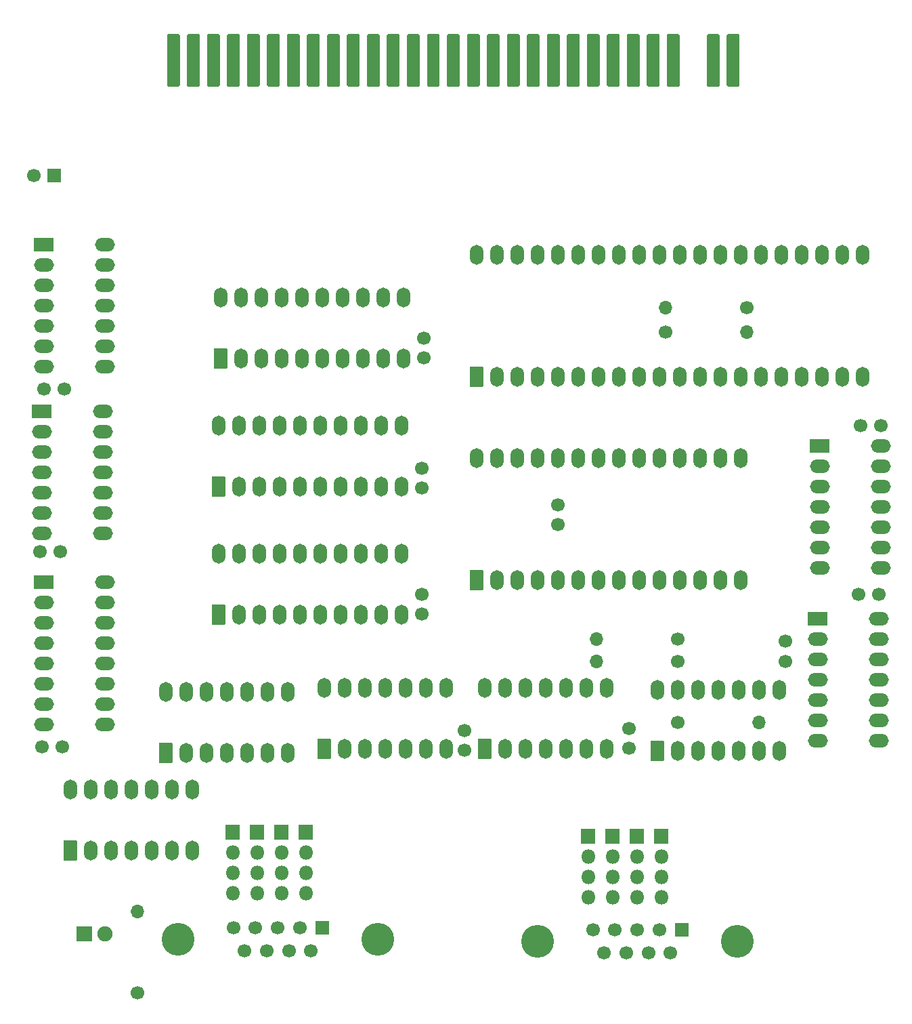
<source format=gbr>
%TF.GenerationSoftware,KiCad,Pcbnew,(5.1.10)-1*%
%TF.CreationDate,2024-05-08T08:23:43+02:00*%
%TF.ProjectId,M003,4d303033-2e6b-4696-9361-645f70636258,rev?*%
%TF.SameCoordinates,Original*%
%TF.FileFunction,Soldermask,Top*%
%TF.FilePolarity,Negative*%
%FSLAX46Y46*%
G04 Gerber Fmt 4.6, Leading zero omitted, Abs format (unit mm)*
G04 Created by KiCad (PCBNEW (5.1.10)-1) date 2024-05-08 08:23:43*
%MOMM*%
%LPD*%
G01*
G04 APERTURE LIST*
%ADD10O,1.700000X2.500000*%
%ADD11O,1.800000X1.800000*%
%ADD12O,2.500000X1.700000*%
%ADD13O,1.700000X1.700000*%
%ADD14C,1.700000*%
%ADD15C,4.100000*%
%ADD16C,1.900000*%
G04 APERTURE END LIST*
D10*
%TO.C,U8*%
X134112000Y-96520000D03*
X149352000Y-104140000D03*
X136652000Y-96520000D03*
X146812000Y-104140000D03*
X139192000Y-96520000D03*
X144272000Y-104140000D03*
X141732000Y-96520000D03*
X141732000Y-104140000D03*
X144272000Y-96520000D03*
X139192000Y-104140000D03*
X146812000Y-96520000D03*
X136652000Y-104140000D03*
X149352000Y-96520000D03*
G36*
G01*
X134912000Y-105390000D02*
X133312000Y-105390000D01*
G75*
G02*
X133262000Y-105340000I0J50000D01*
G01*
X133262000Y-102940000D01*
G75*
G02*
X133312000Y-102890000I50000J0D01*
G01*
X134912000Y-102890000D01*
G75*
G02*
X134962000Y-102940000I0J-50000D01*
G01*
X134962000Y-105340000D01*
G75*
G02*
X134912000Y-105390000I-50000J0D01*
G01*
G37*
%TD*%
%TO.C,XM1*%
G36*
G01*
X116976000Y-21278000D02*
X116976000Y-14998000D01*
G75*
G02*
X117136000Y-14838000I160000J0D01*
G01*
X118416000Y-14838000D01*
G75*
G02*
X118576000Y-14998000I0J-160000D01*
G01*
X118576000Y-21278000D01*
G75*
G02*
X118416000Y-21438000I-160000J0D01*
G01*
X117136000Y-21438000D01*
G75*
G02*
X116976000Y-21278000I0J160000D01*
G01*
G37*
G36*
G01*
X119476000Y-21278000D02*
X119476000Y-14998000D01*
G75*
G02*
X119636000Y-14838000I160000J0D01*
G01*
X120916000Y-14838000D01*
G75*
G02*
X121076000Y-14998000I0J-160000D01*
G01*
X121076000Y-21278000D01*
G75*
G02*
X120916000Y-21438000I-160000J0D01*
G01*
X119636000Y-21438000D01*
G75*
G02*
X119476000Y-21278000I0J160000D01*
G01*
G37*
G36*
G01*
X121976000Y-21278000D02*
X121976000Y-14998000D01*
G75*
G02*
X122136000Y-14838000I160000J0D01*
G01*
X123416000Y-14838000D01*
G75*
G02*
X123576000Y-14998000I0J-160000D01*
G01*
X123576000Y-21278000D01*
G75*
G02*
X123416000Y-21438000I-160000J0D01*
G01*
X122136000Y-21438000D01*
G75*
G02*
X121976000Y-21278000I0J160000D01*
G01*
G37*
G36*
G01*
X124476000Y-21278000D02*
X124476000Y-14998000D01*
G75*
G02*
X124636000Y-14838000I160000J0D01*
G01*
X125916000Y-14838000D01*
G75*
G02*
X126076000Y-14998000I0J-160000D01*
G01*
X126076000Y-21278000D01*
G75*
G02*
X125916000Y-21438000I-160000J0D01*
G01*
X124636000Y-21438000D01*
G75*
G02*
X124476000Y-21278000I0J160000D01*
G01*
G37*
G36*
G01*
X129476000Y-21278000D02*
X129476000Y-14998000D01*
G75*
G02*
X129636000Y-14838000I160000J0D01*
G01*
X130916000Y-14838000D01*
G75*
G02*
X131076000Y-14998000I0J-160000D01*
G01*
X131076000Y-21278000D01*
G75*
G02*
X130916000Y-21438000I-160000J0D01*
G01*
X129636000Y-21438000D01*
G75*
G02*
X129476000Y-21278000I0J160000D01*
G01*
G37*
G36*
G01*
X131976000Y-21278000D02*
X131976000Y-14998000D01*
G75*
G02*
X132136000Y-14838000I160000J0D01*
G01*
X133416000Y-14838000D01*
G75*
G02*
X133576000Y-14998000I0J-160000D01*
G01*
X133576000Y-21278000D01*
G75*
G02*
X133416000Y-21438000I-160000J0D01*
G01*
X132136000Y-21438000D01*
G75*
G02*
X131976000Y-21278000I0J160000D01*
G01*
G37*
G36*
G01*
X149476000Y-21278000D02*
X149476000Y-14998000D01*
G75*
G02*
X149636000Y-14838000I160000J0D01*
G01*
X150916000Y-14838000D01*
G75*
G02*
X151076000Y-14998000I0J-160000D01*
G01*
X151076000Y-21278000D01*
G75*
G02*
X150916000Y-21438000I-160000J0D01*
G01*
X149636000Y-21438000D01*
G75*
G02*
X149476000Y-21278000I0J160000D01*
G01*
G37*
G36*
G01*
X136976000Y-21278000D02*
X136976000Y-14998000D01*
G75*
G02*
X137136000Y-14838000I160000J0D01*
G01*
X138416000Y-14838000D01*
G75*
G02*
X138576000Y-14998000I0J-160000D01*
G01*
X138576000Y-21278000D01*
G75*
G02*
X138416000Y-21438000I-160000J0D01*
G01*
X137136000Y-21438000D01*
G75*
G02*
X136976000Y-21278000I0J160000D01*
G01*
G37*
G36*
G01*
X161976000Y-21278000D02*
X161976000Y-14998000D01*
G75*
G02*
X162136000Y-14838000I160000J0D01*
G01*
X163416000Y-14838000D01*
G75*
G02*
X163576000Y-14998000I0J-160000D01*
G01*
X163576000Y-21278000D01*
G75*
G02*
X163416000Y-21438000I-160000J0D01*
G01*
X162136000Y-21438000D01*
G75*
G02*
X161976000Y-21278000I0J160000D01*
G01*
G37*
G36*
G01*
X159476000Y-21278000D02*
X159476000Y-14998000D01*
G75*
G02*
X159636000Y-14838000I160000J0D01*
G01*
X160916000Y-14838000D01*
G75*
G02*
X161076000Y-14998000I0J-160000D01*
G01*
X161076000Y-21278000D01*
G75*
G02*
X160916000Y-21438000I-160000J0D01*
G01*
X159636000Y-21438000D01*
G75*
G02*
X159476000Y-21278000I0J160000D01*
G01*
G37*
G36*
G01*
X156976000Y-21278000D02*
X156976000Y-14998000D01*
G75*
G02*
X157136000Y-14838000I160000J0D01*
G01*
X158416000Y-14838000D01*
G75*
G02*
X158576000Y-14998000I0J-160000D01*
G01*
X158576000Y-21278000D01*
G75*
G02*
X158416000Y-21438000I-160000J0D01*
G01*
X157136000Y-21438000D01*
G75*
G02*
X156976000Y-21278000I0J160000D01*
G01*
G37*
G36*
G01*
X154476000Y-21278000D02*
X154476000Y-14998000D01*
G75*
G02*
X154636000Y-14838000I160000J0D01*
G01*
X155916000Y-14838000D01*
G75*
G02*
X156076000Y-14998000I0J-160000D01*
G01*
X156076000Y-21278000D01*
G75*
G02*
X155916000Y-21438000I-160000J0D01*
G01*
X154636000Y-21438000D01*
G75*
G02*
X154476000Y-21278000I0J160000D01*
G01*
G37*
G36*
G01*
X151976000Y-21278000D02*
X151976000Y-14998000D01*
G75*
G02*
X152136000Y-14838000I160000J0D01*
G01*
X153416000Y-14838000D01*
G75*
G02*
X153576000Y-14998000I0J-160000D01*
G01*
X153576000Y-21278000D01*
G75*
G02*
X153416000Y-21438000I-160000J0D01*
G01*
X152136000Y-21438000D01*
G75*
G02*
X151976000Y-21278000I0J160000D01*
G01*
G37*
G36*
G01*
X146976000Y-21278000D02*
X146976000Y-14998000D01*
G75*
G02*
X147136000Y-14838000I160000J0D01*
G01*
X148416000Y-14838000D01*
G75*
G02*
X148576000Y-14998000I0J-160000D01*
G01*
X148576000Y-21278000D01*
G75*
G02*
X148416000Y-21438000I-160000J0D01*
G01*
X147136000Y-21438000D01*
G75*
G02*
X146976000Y-21278000I0J160000D01*
G01*
G37*
G36*
G01*
X144476000Y-21278000D02*
X144476000Y-14998000D01*
G75*
G02*
X144636000Y-14838000I160000J0D01*
G01*
X145916000Y-14838000D01*
G75*
G02*
X146076000Y-14998000I0J-160000D01*
G01*
X146076000Y-21278000D01*
G75*
G02*
X145916000Y-21438000I-160000J0D01*
G01*
X144636000Y-21438000D01*
G75*
G02*
X144476000Y-21278000I0J160000D01*
G01*
G37*
G36*
G01*
X141976000Y-21278000D02*
X141976000Y-14998000D01*
G75*
G02*
X142136000Y-14838000I160000J0D01*
G01*
X143416000Y-14838000D01*
G75*
G02*
X143576000Y-14998000I0J-160000D01*
G01*
X143576000Y-21278000D01*
G75*
G02*
X143416000Y-21438000I-160000J0D01*
G01*
X142136000Y-21438000D01*
G75*
G02*
X141976000Y-21278000I0J160000D01*
G01*
G37*
G36*
G01*
X139476000Y-21278000D02*
X139476000Y-14998000D01*
G75*
G02*
X139636000Y-14838000I160000J0D01*
G01*
X140916000Y-14838000D01*
G75*
G02*
X141076000Y-14998000I0J-160000D01*
G01*
X141076000Y-21278000D01*
G75*
G02*
X140916000Y-21438000I-160000J0D01*
G01*
X139636000Y-21438000D01*
G75*
G02*
X139476000Y-21278000I0J160000D01*
G01*
G37*
G36*
G01*
X184476000Y-21278000D02*
X184476000Y-14998000D01*
G75*
G02*
X184636000Y-14838000I160000J0D01*
G01*
X185916000Y-14838000D01*
G75*
G02*
X186076000Y-14998000I0J-160000D01*
G01*
X186076000Y-21278000D01*
G75*
G02*
X185916000Y-21438000I-160000J0D01*
G01*
X184636000Y-21438000D01*
G75*
G02*
X184476000Y-21278000I0J160000D01*
G01*
G37*
G36*
G01*
X134476000Y-21278000D02*
X134476000Y-14998000D01*
G75*
G02*
X134636000Y-14838000I160000J0D01*
G01*
X135916000Y-14838000D01*
G75*
G02*
X136076000Y-14998000I0J-160000D01*
G01*
X136076000Y-21278000D01*
G75*
G02*
X135916000Y-21438000I-160000J0D01*
G01*
X134636000Y-21438000D01*
G75*
G02*
X134476000Y-21278000I0J160000D01*
G01*
G37*
G36*
G01*
X126976000Y-21278000D02*
X126976000Y-14998000D01*
G75*
G02*
X127136000Y-14838000I160000J0D01*
G01*
X128416000Y-14838000D01*
G75*
G02*
X128576000Y-14998000I0J-160000D01*
G01*
X128576000Y-21278000D01*
G75*
G02*
X128416000Y-21438000I-160000J0D01*
G01*
X127136000Y-21438000D01*
G75*
G02*
X126976000Y-21278000I0J160000D01*
G01*
G37*
G36*
G01*
X114476000Y-21278000D02*
X114476000Y-14998000D01*
G75*
G02*
X114636000Y-14838000I160000J0D01*
G01*
X115916000Y-14838000D01*
G75*
G02*
X116076000Y-14998000I0J-160000D01*
G01*
X116076000Y-21278000D01*
G75*
G02*
X115916000Y-21438000I-160000J0D01*
G01*
X114636000Y-21438000D01*
G75*
G02*
X114476000Y-21278000I0J160000D01*
G01*
G37*
G36*
G01*
X181976000Y-21278000D02*
X181976000Y-14998000D01*
G75*
G02*
X182136000Y-14838000I160000J0D01*
G01*
X183416000Y-14838000D01*
G75*
G02*
X183576000Y-14998000I0J-160000D01*
G01*
X183576000Y-21278000D01*
G75*
G02*
X183416000Y-21438000I-160000J0D01*
G01*
X182136000Y-21438000D01*
G75*
G02*
X181976000Y-21278000I0J160000D01*
G01*
G37*
G36*
G01*
X176976000Y-21278000D02*
X176976000Y-14998000D01*
G75*
G02*
X177136000Y-14838000I160000J0D01*
G01*
X178416000Y-14838000D01*
G75*
G02*
X178576000Y-14998000I0J-160000D01*
G01*
X178576000Y-21278000D01*
G75*
G02*
X178416000Y-21438000I-160000J0D01*
G01*
X177136000Y-21438000D01*
G75*
G02*
X176976000Y-21278000I0J160000D01*
G01*
G37*
G36*
G01*
X174476000Y-21278000D02*
X174476000Y-14998000D01*
G75*
G02*
X174636000Y-14838000I160000J0D01*
G01*
X175916000Y-14838000D01*
G75*
G02*
X176076000Y-14998000I0J-160000D01*
G01*
X176076000Y-21278000D01*
G75*
G02*
X175916000Y-21438000I-160000J0D01*
G01*
X174636000Y-21438000D01*
G75*
G02*
X174476000Y-21278000I0J160000D01*
G01*
G37*
G36*
G01*
X171976000Y-21278000D02*
X171976000Y-14998000D01*
G75*
G02*
X172136000Y-14838000I160000J0D01*
G01*
X173416000Y-14838000D01*
G75*
G02*
X173576000Y-14998000I0J-160000D01*
G01*
X173576000Y-21278000D01*
G75*
G02*
X173416000Y-21438000I-160000J0D01*
G01*
X172136000Y-21438000D01*
G75*
G02*
X171976000Y-21278000I0J160000D01*
G01*
G37*
G36*
G01*
X169476000Y-21278000D02*
X169476000Y-14998000D01*
G75*
G02*
X169636000Y-14838000I160000J0D01*
G01*
X170916000Y-14838000D01*
G75*
G02*
X171076000Y-14998000I0J-160000D01*
G01*
X171076000Y-21278000D01*
G75*
G02*
X170916000Y-21438000I-160000J0D01*
G01*
X169636000Y-21438000D01*
G75*
G02*
X169476000Y-21278000I0J160000D01*
G01*
G37*
G36*
G01*
X166976000Y-21278000D02*
X166976000Y-14998000D01*
G75*
G02*
X167136000Y-14838000I160000J0D01*
G01*
X168416000Y-14838000D01*
G75*
G02*
X168576000Y-14998000I0J-160000D01*
G01*
X168576000Y-21278000D01*
G75*
G02*
X168416000Y-21438000I-160000J0D01*
G01*
X167136000Y-21438000D01*
G75*
G02*
X166976000Y-21278000I0J160000D01*
G01*
G37*
G36*
G01*
X164476000Y-21278000D02*
X164476000Y-14998000D01*
G75*
G02*
X164636000Y-14838000I160000J0D01*
G01*
X165916000Y-14838000D01*
G75*
G02*
X166076000Y-14998000I0J-160000D01*
G01*
X166076000Y-21278000D01*
G75*
G02*
X165916000Y-21438000I-160000J0D01*
G01*
X164636000Y-21438000D01*
G75*
G02*
X164476000Y-21278000I0J160000D01*
G01*
G37*
%TD*%
D11*
%TO.C,J10*%
X167132000Y-122682000D03*
X167132000Y-120142000D03*
X167132000Y-117602000D03*
G36*
G01*
X166232000Y-115912000D02*
X166232000Y-114212000D01*
G75*
G02*
X166282000Y-114162000I50000J0D01*
G01*
X167982000Y-114162000D01*
G75*
G02*
X168032000Y-114212000I0J-50000D01*
G01*
X168032000Y-115912000D01*
G75*
G02*
X167982000Y-115962000I-50000J0D01*
G01*
X166282000Y-115962000D01*
G75*
G02*
X166232000Y-115912000I0J50000D01*
G01*
G37*
%TD*%
%TO.C,J9*%
X170180000Y-122682000D03*
X170180000Y-120142000D03*
X170180000Y-117602000D03*
G36*
G01*
X169280000Y-115912000D02*
X169280000Y-114212000D01*
G75*
G02*
X169330000Y-114162000I50000J0D01*
G01*
X171030000Y-114162000D01*
G75*
G02*
X171080000Y-114212000I0J-50000D01*
G01*
X171080000Y-115912000D01*
G75*
G02*
X171030000Y-115962000I-50000J0D01*
G01*
X169330000Y-115962000D01*
G75*
G02*
X169280000Y-115912000I0J50000D01*
G01*
G37*
%TD*%
%TO.C,J8*%
X176276000Y-122682000D03*
X176276000Y-120142000D03*
X176276000Y-117602000D03*
G36*
G01*
X175376000Y-115912000D02*
X175376000Y-114212000D01*
G75*
G02*
X175426000Y-114162000I50000J0D01*
G01*
X177126000Y-114162000D01*
G75*
G02*
X177176000Y-114212000I0J-50000D01*
G01*
X177176000Y-115912000D01*
G75*
G02*
X177126000Y-115962000I-50000J0D01*
G01*
X175426000Y-115962000D01*
G75*
G02*
X175376000Y-115912000I0J50000D01*
G01*
G37*
%TD*%
%TO.C,J7*%
X173228000Y-122682000D03*
X173228000Y-120142000D03*
X173228000Y-117602000D03*
G36*
G01*
X172328000Y-115912000D02*
X172328000Y-114212000D01*
G75*
G02*
X172378000Y-114162000I50000J0D01*
G01*
X174078000Y-114162000D01*
G75*
G02*
X174128000Y-114212000I0J-50000D01*
G01*
X174128000Y-115912000D01*
G75*
G02*
X174078000Y-115962000I-50000J0D01*
G01*
X172378000Y-115962000D01*
G75*
G02*
X172328000Y-115912000I0J50000D01*
G01*
G37*
%TD*%
%TO.C,J6*%
X122682000Y-122174000D03*
X122682000Y-119634000D03*
X122682000Y-117094000D03*
G36*
G01*
X121782000Y-115404000D02*
X121782000Y-113704000D01*
G75*
G02*
X121832000Y-113654000I50000J0D01*
G01*
X123532000Y-113654000D01*
G75*
G02*
X123582000Y-113704000I0J-50000D01*
G01*
X123582000Y-115404000D01*
G75*
G02*
X123532000Y-115454000I-50000J0D01*
G01*
X121832000Y-115454000D01*
G75*
G02*
X121782000Y-115404000I0J50000D01*
G01*
G37*
%TD*%
%TO.C,J5*%
X125730000Y-122174000D03*
X125730000Y-119634000D03*
X125730000Y-117094000D03*
G36*
G01*
X124830000Y-115404000D02*
X124830000Y-113704000D01*
G75*
G02*
X124880000Y-113654000I50000J0D01*
G01*
X126580000Y-113654000D01*
G75*
G02*
X126630000Y-113704000I0J-50000D01*
G01*
X126630000Y-115404000D01*
G75*
G02*
X126580000Y-115454000I-50000J0D01*
G01*
X124880000Y-115454000D01*
G75*
G02*
X124830000Y-115404000I0J50000D01*
G01*
G37*
%TD*%
%TO.C,J4*%
X131826000Y-122174000D03*
X131826000Y-119634000D03*
X131826000Y-117094000D03*
G36*
G01*
X130926000Y-115404000D02*
X130926000Y-113704000D01*
G75*
G02*
X130976000Y-113654000I50000J0D01*
G01*
X132676000Y-113654000D01*
G75*
G02*
X132726000Y-113704000I0J-50000D01*
G01*
X132726000Y-115404000D01*
G75*
G02*
X132676000Y-115454000I-50000J0D01*
G01*
X130976000Y-115454000D01*
G75*
G02*
X130926000Y-115404000I0J50000D01*
G01*
G37*
%TD*%
%TO.C,J3*%
X128778000Y-122174000D03*
X128778000Y-119634000D03*
X128778000Y-117094000D03*
G36*
G01*
X127878000Y-115404000D02*
X127878000Y-113704000D01*
G75*
G02*
X127928000Y-113654000I50000J0D01*
G01*
X129628000Y-113654000D01*
G75*
G02*
X129678000Y-113704000I0J-50000D01*
G01*
X129678000Y-115404000D01*
G75*
G02*
X129628000Y-115454000I-50000J0D01*
G01*
X127928000Y-115454000D01*
G75*
G02*
X127878000Y-115404000I0J50000D01*
G01*
G37*
%TD*%
D12*
%TO.C,U15*%
X106426000Y-61976000D03*
X98806000Y-77216000D03*
X106426000Y-64516000D03*
X98806000Y-74676000D03*
X106426000Y-67056000D03*
X98806000Y-72136000D03*
X106426000Y-69596000D03*
X98806000Y-69596000D03*
X106426000Y-72136000D03*
X98806000Y-67056000D03*
X106426000Y-74676000D03*
X98806000Y-64516000D03*
X106426000Y-77216000D03*
G36*
G01*
X97556000Y-62776000D02*
X97556000Y-61176000D01*
G75*
G02*
X97606000Y-61126000I50000J0D01*
G01*
X100006000Y-61126000D01*
G75*
G02*
X100056000Y-61176000I0J-50000D01*
G01*
X100056000Y-62776000D01*
G75*
G02*
X100006000Y-62826000I-50000J0D01*
G01*
X97606000Y-62826000D01*
G75*
G02*
X97556000Y-62776000I0J50000D01*
G01*
G37*
%TD*%
%TO.C,U14*%
X106680000Y-41148000D03*
X99060000Y-56388000D03*
X106680000Y-43688000D03*
X99060000Y-53848000D03*
X106680000Y-46228000D03*
X99060000Y-51308000D03*
X106680000Y-48768000D03*
X99060000Y-48768000D03*
X106680000Y-51308000D03*
X99060000Y-46228000D03*
X106680000Y-53848000D03*
X99060000Y-43688000D03*
X106680000Y-56388000D03*
G36*
G01*
X97810000Y-41948000D02*
X97810000Y-40348000D01*
G75*
G02*
X97860000Y-40298000I50000J0D01*
G01*
X100260000Y-40298000D01*
G75*
G02*
X100310000Y-40348000I0J-50000D01*
G01*
X100310000Y-41948000D01*
G75*
G02*
X100260000Y-41998000I-50000J0D01*
G01*
X97860000Y-41998000D01*
G75*
G02*
X97810000Y-41948000I0J50000D01*
G01*
G37*
%TD*%
D13*
%TO.C,R6*%
X110744000Y-124460000D03*
D14*
X110744000Y-134620000D03*
%TD*%
D13*
%TO.C,R5*%
X176784000Y-49022000D03*
D14*
X186944000Y-49022000D03*
%TD*%
%TO.C,C20*%
X200954000Y-84836000D03*
X203454000Y-84836000D03*
%TD*%
%TO.C,C19*%
X151638000Y-104354000D03*
X151638000Y-101854000D03*
%TD*%
%TO.C,C18*%
X201208000Y-63754000D03*
X203708000Y-63754000D03*
%TD*%
%TO.C,C17*%
X172212000Y-104100000D03*
X172212000Y-101600000D03*
%TD*%
%TO.C,C16*%
X98846000Y-103886000D03*
X101346000Y-103886000D03*
%TD*%
%TO.C,C15*%
X146304000Y-71588000D03*
X146304000Y-69088000D03*
%TD*%
%TO.C,C14*%
X146304000Y-87336000D03*
X146304000Y-84836000D03*
%TD*%
%TO.C,C13*%
X99100000Y-59182000D03*
X101600000Y-59182000D03*
%TD*%
%TO.C,C4*%
X98592000Y-79502000D03*
X101092000Y-79502000D03*
%TD*%
%TO.C,C1*%
X146558000Y-55332000D03*
X146558000Y-52832000D03*
%TD*%
D10*
%TO.C,U13*%
X120904000Y-79756000D03*
X143764000Y-87376000D03*
X123444000Y-79756000D03*
X141224000Y-87376000D03*
X125984000Y-79756000D03*
X138684000Y-87376000D03*
X128524000Y-79756000D03*
X136144000Y-87376000D03*
X131064000Y-79756000D03*
X133604000Y-87376000D03*
X133604000Y-79756000D03*
X131064000Y-87376000D03*
X136144000Y-79756000D03*
X128524000Y-87376000D03*
X138684000Y-79756000D03*
X125984000Y-87376000D03*
X141224000Y-79756000D03*
X123444000Y-87376000D03*
X143764000Y-79756000D03*
G36*
G01*
X121704000Y-88626000D02*
X120104000Y-88626000D01*
G75*
G02*
X120054000Y-88576000I0J50000D01*
G01*
X120054000Y-86176000D01*
G75*
G02*
X120104000Y-86126000I50000J0D01*
G01*
X121704000Y-86126000D01*
G75*
G02*
X121754000Y-86176000I0J-50000D01*
G01*
X121754000Y-88576000D01*
G75*
G02*
X121704000Y-88626000I-50000J0D01*
G01*
G37*
%TD*%
D12*
%TO.C,U12*%
X203454000Y-87884000D03*
X195834000Y-103124000D03*
X203454000Y-90424000D03*
X195834000Y-100584000D03*
X203454000Y-92964000D03*
X195834000Y-98044000D03*
X203454000Y-95504000D03*
X195834000Y-95504000D03*
X203454000Y-98044000D03*
X195834000Y-92964000D03*
X203454000Y-100584000D03*
X195834000Y-90424000D03*
X203454000Y-103124000D03*
G36*
G01*
X194584000Y-88684000D02*
X194584000Y-87084000D01*
G75*
G02*
X194634000Y-87034000I50000J0D01*
G01*
X197034000Y-87034000D01*
G75*
G02*
X197084000Y-87084000I0J-50000D01*
G01*
X197084000Y-88684000D01*
G75*
G02*
X197034000Y-88734000I-50000J0D01*
G01*
X194634000Y-88734000D01*
G75*
G02*
X194584000Y-88684000I0J50000D01*
G01*
G37*
%TD*%
%TO.C,U11*%
X203708000Y-66294000D03*
X196088000Y-81534000D03*
X203708000Y-68834000D03*
X196088000Y-78994000D03*
X203708000Y-71374000D03*
X196088000Y-76454000D03*
X203708000Y-73914000D03*
X196088000Y-73914000D03*
X203708000Y-76454000D03*
X196088000Y-71374000D03*
X203708000Y-78994000D03*
X196088000Y-68834000D03*
X203708000Y-81534000D03*
G36*
G01*
X194838000Y-67094000D02*
X194838000Y-65494000D01*
G75*
G02*
X194888000Y-65444000I50000J0D01*
G01*
X197288000Y-65444000D01*
G75*
G02*
X197338000Y-65494000I0J-50000D01*
G01*
X197338000Y-67094000D01*
G75*
G02*
X197288000Y-67144000I-50000J0D01*
G01*
X194888000Y-67144000D01*
G75*
G02*
X194838000Y-67094000I0J50000D01*
G01*
G37*
%TD*%
D10*
%TO.C,U10*%
X114300000Y-97028000D03*
X129540000Y-104648000D03*
X116840000Y-97028000D03*
X127000000Y-104648000D03*
X119380000Y-97028000D03*
X124460000Y-104648000D03*
X121920000Y-97028000D03*
X121920000Y-104648000D03*
X124460000Y-97028000D03*
X119380000Y-104648000D03*
X127000000Y-97028000D03*
X116840000Y-104648000D03*
X129540000Y-97028000D03*
G36*
G01*
X115100000Y-105898000D02*
X113500000Y-105898000D01*
G75*
G02*
X113450000Y-105848000I0J50000D01*
G01*
X113450000Y-103448000D01*
G75*
G02*
X113500000Y-103398000I50000J0D01*
G01*
X115100000Y-103398000D01*
G75*
G02*
X115150000Y-103448000I0J-50000D01*
G01*
X115150000Y-105848000D01*
G75*
G02*
X115100000Y-105898000I-50000J0D01*
G01*
G37*
%TD*%
%TO.C,U9*%
X120904000Y-63754000D03*
X143764000Y-71374000D03*
X123444000Y-63754000D03*
X141224000Y-71374000D03*
X125984000Y-63754000D03*
X138684000Y-71374000D03*
X128524000Y-63754000D03*
X136144000Y-71374000D03*
X131064000Y-63754000D03*
X133604000Y-71374000D03*
X133604000Y-63754000D03*
X131064000Y-71374000D03*
X136144000Y-63754000D03*
X128524000Y-71374000D03*
X138684000Y-63754000D03*
X125984000Y-71374000D03*
X141224000Y-63754000D03*
X123444000Y-71374000D03*
X143764000Y-63754000D03*
G36*
G01*
X121704000Y-72624000D02*
X120104000Y-72624000D01*
G75*
G02*
X120054000Y-72574000I0J50000D01*
G01*
X120054000Y-70174000D01*
G75*
G02*
X120104000Y-70124000I50000J0D01*
G01*
X121704000Y-70124000D01*
G75*
G02*
X121754000Y-70174000I0J-50000D01*
G01*
X121754000Y-72574000D01*
G75*
G02*
X121704000Y-72624000I-50000J0D01*
G01*
G37*
%TD*%
D13*
%TO.C,R4*%
X168148000Y-90424000D03*
D14*
X178308000Y-90424000D03*
%TD*%
D13*
%TO.C,R3*%
X168148000Y-93218000D03*
D14*
X178308000Y-93218000D03*
%TD*%
D13*
%TO.C,R2*%
X188468000Y-100838000D03*
D14*
X178308000Y-100838000D03*
%TD*%
%TO.C,C12*%
X163322000Y-76160000D03*
X163322000Y-73660000D03*
%TD*%
%TO.C,C11*%
X191770000Y-90718000D03*
X191770000Y-93218000D03*
%TD*%
D12*
%TO.C,U5*%
X106680000Y-83312000D03*
X99060000Y-101092000D03*
X106680000Y-85852000D03*
X99060000Y-98552000D03*
X106680000Y-88392000D03*
X99060000Y-96012000D03*
X106680000Y-90932000D03*
X99060000Y-93472000D03*
X106680000Y-93472000D03*
X99060000Y-90932000D03*
X106680000Y-96012000D03*
X99060000Y-88392000D03*
X106680000Y-98552000D03*
X99060000Y-85852000D03*
X106680000Y-101092000D03*
G36*
G01*
X97810000Y-84112000D02*
X97810000Y-82512000D01*
G75*
G02*
X97860000Y-82462000I50000J0D01*
G01*
X100260000Y-82462000D01*
G75*
G02*
X100310000Y-82512000I0J-50000D01*
G01*
X100310000Y-84112000D01*
G75*
G02*
X100260000Y-84162000I-50000J0D01*
G01*
X97860000Y-84162000D01*
G75*
G02*
X97810000Y-84112000I0J50000D01*
G01*
G37*
%TD*%
D10*
%TO.C,U4*%
X121158000Y-47752000D03*
X144018000Y-55372000D03*
X123698000Y-47752000D03*
X141478000Y-55372000D03*
X126238000Y-47752000D03*
X138938000Y-55372000D03*
X128778000Y-47752000D03*
X136398000Y-55372000D03*
X131318000Y-47752000D03*
X133858000Y-55372000D03*
X133858000Y-47752000D03*
X131318000Y-55372000D03*
X136398000Y-47752000D03*
X128778000Y-55372000D03*
X138938000Y-47752000D03*
X126238000Y-55372000D03*
X141478000Y-47752000D03*
X123698000Y-55372000D03*
X144018000Y-47752000D03*
G36*
G01*
X121958000Y-56622000D02*
X120358000Y-56622000D01*
G75*
G02*
X120308000Y-56572000I0J50000D01*
G01*
X120308000Y-54172000D01*
G75*
G02*
X120358000Y-54122000I50000J0D01*
G01*
X121958000Y-54122000D01*
G75*
G02*
X122008000Y-54172000I0J-50000D01*
G01*
X122008000Y-56572000D01*
G75*
G02*
X121958000Y-56622000I-50000J0D01*
G01*
G37*
%TD*%
%TO.C,U3*%
X154178000Y-96520000D03*
X169418000Y-104140000D03*
X156718000Y-96520000D03*
X166878000Y-104140000D03*
X159258000Y-96520000D03*
X164338000Y-104140000D03*
X161798000Y-96520000D03*
X161798000Y-104140000D03*
X164338000Y-96520000D03*
X159258000Y-104140000D03*
X166878000Y-96520000D03*
X156718000Y-104140000D03*
X169418000Y-96520000D03*
G36*
G01*
X154978000Y-105390000D02*
X153378000Y-105390000D01*
G75*
G02*
X153328000Y-105340000I0J50000D01*
G01*
X153328000Y-102940000D01*
G75*
G02*
X153378000Y-102890000I50000J0D01*
G01*
X154978000Y-102890000D01*
G75*
G02*
X155028000Y-102940000I0J-50000D01*
G01*
X155028000Y-105340000D01*
G75*
G02*
X154978000Y-105390000I-50000J0D01*
G01*
G37*
%TD*%
%TO.C,U2*%
X102362000Y-109220000D03*
X117602000Y-116840000D03*
X104902000Y-109220000D03*
X115062000Y-116840000D03*
X107442000Y-109220000D03*
X112522000Y-116840000D03*
X109982000Y-109220000D03*
X109982000Y-116840000D03*
X112522000Y-109220000D03*
X107442000Y-116840000D03*
X115062000Y-109220000D03*
X104902000Y-116840000D03*
X117602000Y-109220000D03*
G36*
G01*
X103162000Y-118090000D02*
X101562000Y-118090000D01*
G75*
G02*
X101512000Y-118040000I0J50000D01*
G01*
X101512000Y-115640000D01*
G75*
G02*
X101562000Y-115590000I50000J0D01*
G01*
X103162000Y-115590000D01*
G75*
G02*
X103212000Y-115640000I0J-50000D01*
G01*
X103212000Y-118040000D01*
G75*
G02*
X103162000Y-118090000I-50000J0D01*
G01*
G37*
%TD*%
%TO.C,U1*%
X175768000Y-96774000D03*
X191008000Y-104394000D03*
X178308000Y-96774000D03*
X188468000Y-104394000D03*
X180848000Y-96774000D03*
X185928000Y-104394000D03*
X183388000Y-96774000D03*
X183388000Y-104394000D03*
X185928000Y-96774000D03*
X180848000Y-104394000D03*
X188468000Y-96774000D03*
X178308000Y-104394000D03*
X191008000Y-96774000D03*
G36*
G01*
X176568000Y-105644000D02*
X174968000Y-105644000D01*
G75*
G02*
X174918000Y-105594000I0J50000D01*
G01*
X174918000Y-103194000D01*
G75*
G02*
X174968000Y-103144000I50000J0D01*
G01*
X176568000Y-103144000D01*
G75*
G02*
X176618000Y-103194000I0J-50000D01*
G01*
X176618000Y-105594000D01*
G75*
G02*
X176568000Y-105644000I-50000J0D01*
G01*
G37*
%TD*%
D13*
%TO.C,R1*%
X186944000Y-52070000D03*
D14*
X176784000Y-52070000D03*
%TD*%
D15*
%TO.C,J2*%
X140818000Y-127912000D03*
X115818000Y-127912000D03*
D14*
X124163000Y-129332000D03*
X126933000Y-129332000D03*
X129703000Y-129332000D03*
X132473000Y-129332000D03*
X122778000Y-126492000D03*
X125548000Y-126492000D03*
X128318000Y-126492000D03*
X131088000Y-126492000D03*
G36*
G01*
X133008000Y-127292000D02*
X133008000Y-125692000D01*
G75*
G02*
X133058000Y-125642000I50000J0D01*
G01*
X134658000Y-125642000D01*
G75*
G02*
X134708000Y-125692000I0J-50000D01*
G01*
X134708000Y-127292000D01*
G75*
G02*
X134658000Y-127342000I-50000J0D01*
G01*
X133058000Y-127342000D01*
G75*
G02*
X133008000Y-127292000I0J50000D01*
G01*
G37*
%TD*%
D15*
%TO.C,J1*%
X185776000Y-128166000D03*
X160776000Y-128166000D03*
D14*
X169121000Y-129586000D03*
X171891000Y-129586000D03*
X174661000Y-129586000D03*
X177431000Y-129586000D03*
X167736000Y-126746000D03*
X170506000Y-126746000D03*
X173276000Y-126746000D03*
X176046000Y-126746000D03*
G36*
G01*
X177966000Y-127546000D02*
X177966000Y-125946000D01*
G75*
G02*
X178016000Y-125896000I50000J0D01*
G01*
X179616000Y-125896000D01*
G75*
G02*
X179666000Y-125946000I0J-50000D01*
G01*
X179666000Y-127546000D01*
G75*
G02*
X179616000Y-127596000I-50000J0D01*
G01*
X178016000Y-127596000D01*
G75*
G02*
X177966000Y-127546000I0J50000D01*
G01*
G37*
%TD*%
D10*
%TO.C,IC2*%
X153162000Y-67818000D03*
X186182000Y-83058000D03*
X155702000Y-67818000D03*
X183642000Y-83058000D03*
X158242000Y-67818000D03*
X181102000Y-83058000D03*
X160782000Y-67818000D03*
X178562000Y-83058000D03*
X163322000Y-67818000D03*
X176022000Y-83058000D03*
X165862000Y-67818000D03*
X173482000Y-83058000D03*
X168402000Y-67818000D03*
X170942000Y-83058000D03*
X170942000Y-67818000D03*
X168402000Y-83058000D03*
X173482000Y-67818000D03*
X165862000Y-83058000D03*
X176022000Y-67818000D03*
X163322000Y-83058000D03*
X178562000Y-67818000D03*
X160782000Y-83058000D03*
X181102000Y-67818000D03*
X158242000Y-83058000D03*
X183642000Y-67818000D03*
X155702000Y-83058000D03*
X186182000Y-67818000D03*
G36*
G01*
X153962000Y-84308000D02*
X152362000Y-84308000D01*
G75*
G02*
X152312000Y-84258000I0J50000D01*
G01*
X152312000Y-81858000D01*
G75*
G02*
X152362000Y-81808000I50000J0D01*
G01*
X153962000Y-81808000D01*
G75*
G02*
X154012000Y-81858000I0J-50000D01*
G01*
X154012000Y-84258000D01*
G75*
G02*
X153962000Y-84308000I-50000J0D01*
G01*
G37*
%TD*%
%TO.C,IC1*%
X153162000Y-42418000D03*
X201422000Y-57658000D03*
X155702000Y-42418000D03*
X198882000Y-57658000D03*
X158242000Y-42418000D03*
X196342000Y-57658000D03*
X160782000Y-42418000D03*
X193802000Y-57658000D03*
X163322000Y-42418000D03*
X191262000Y-57658000D03*
X165862000Y-42418000D03*
X188722000Y-57658000D03*
X168402000Y-42418000D03*
X186182000Y-57658000D03*
X170942000Y-42418000D03*
X183642000Y-57658000D03*
X173482000Y-42418000D03*
X181102000Y-57658000D03*
X176022000Y-42418000D03*
X178562000Y-57658000D03*
X178562000Y-42418000D03*
X176022000Y-57658000D03*
X181102000Y-42418000D03*
X173482000Y-57658000D03*
X183642000Y-42418000D03*
X170942000Y-57658000D03*
X186182000Y-42418000D03*
X168402000Y-57658000D03*
X188722000Y-42418000D03*
X165862000Y-57658000D03*
X191262000Y-42418000D03*
X163322000Y-57658000D03*
X193802000Y-42418000D03*
X160782000Y-57658000D03*
X196342000Y-42418000D03*
X158242000Y-57658000D03*
X198882000Y-42418000D03*
X155702000Y-57658000D03*
X201422000Y-42418000D03*
G36*
G01*
X153962000Y-58908000D02*
X152362000Y-58908000D01*
G75*
G02*
X152312000Y-58858000I0J50000D01*
G01*
X152312000Y-56458000D01*
G75*
G02*
X152362000Y-56408000I50000J0D01*
G01*
X153962000Y-56408000D01*
G75*
G02*
X154012000Y-56458000I0J-50000D01*
G01*
X154012000Y-58858000D01*
G75*
G02*
X153962000Y-58908000I-50000J0D01*
G01*
G37*
%TD*%
D16*
%TO.C,D1*%
X106680000Y-127254000D03*
G36*
G01*
X103190000Y-128154000D02*
X103190000Y-126354000D01*
G75*
G02*
X103240000Y-126304000I50000J0D01*
G01*
X105040000Y-126304000D01*
G75*
G02*
X105090000Y-126354000I0J-50000D01*
G01*
X105090000Y-128154000D01*
G75*
G02*
X105040000Y-128204000I-50000J0D01*
G01*
X103240000Y-128204000D01*
G75*
G02*
X103190000Y-128154000I0J50000D01*
G01*
G37*
%TD*%
D14*
%TO.C,C2*%
X97830000Y-32512000D03*
G36*
G01*
X101180000Y-31712000D02*
X101180000Y-33312000D01*
G75*
G02*
X101130000Y-33362000I-50000J0D01*
G01*
X99530000Y-33362000D01*
G75*
G02*
X99480000Y-33312000I0J50000D01*
G01*
X99480000Y-31712000D01*
G75*
G02*
X99530000Y-31662000I50000J0D01*
G01*
X101130000Y-31662000D01*
G75*
G02*
X101180000Y-31712000I0J-50000D01*
G01*
G37*
%TD*%
M02*

</source>
